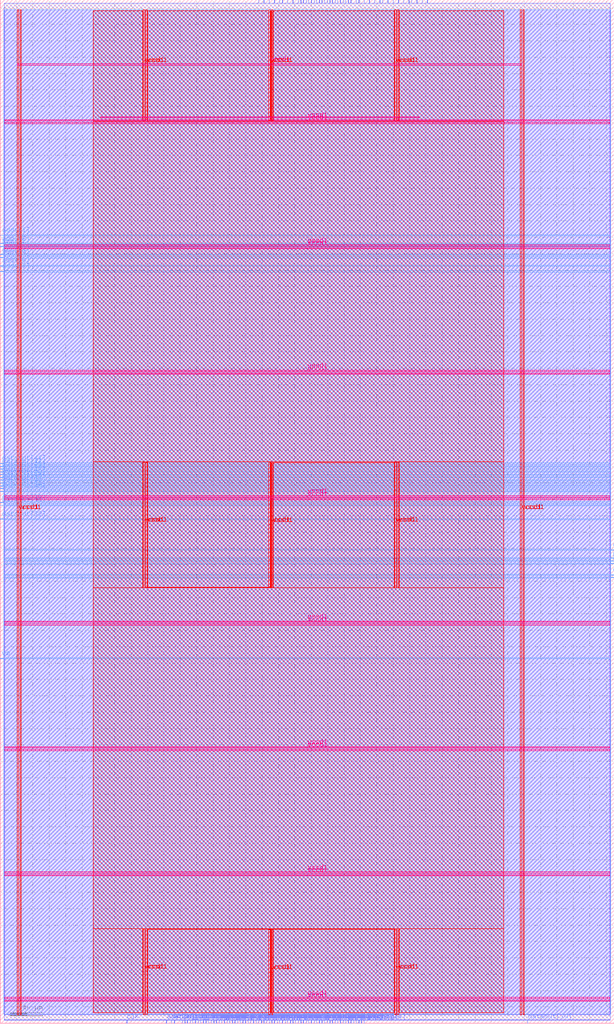
<source format=lef>
VERSION 5.7 ;
  NOWIREEXTENSIONATPIN ON ;
  DIVIDERCHAR "/" ;
  BUSBITCHARS "[]" ;
MACRO test_sram_macro
  CLASS BLOCK ;
  FOREIGN test_sram_macro ;
  ORIGIN 0.000 0.000 ;
  SIZE 750.000 BY 1250.000 ;
  PIN addr[0]
    DIRECTION INPUT ;
    USE SIGNAL ;
    ANTENNAGATEAREA 0.852000 ;
    PORT
      LAYER met2 ;
        RECT 202.950 0.000 203.230 4.000 ;
    END
  END addr[0]
  PIN addr[1]
    DIRECTION INPUT ;
    USE SIGNAL ;
    ANTENNAGATEAREA 0.495000 ;
    PORT
      LAYER met3 ;
        RECT 0.000 962.240 4.000 962.840 ;
    END
  END addr[1]
  PIN addr[2]
    DIRECTION INPUT ;
    USE SIGNAL ;
    ANTENNAGATEAREA 0.495000 ;
    PORT
      LAYER met3 ;
        RECT 0.000 952.040 4.000 952.640 ;
    END
  END addr[2]
  PIN addr[3]
    DIRECTION INPUT ;
    USE SIGNAL ;
    ANTENNAGATEAREA 0.495000 ;
    PORT
      LAYER met3 ;
        RECT 0.000 948.640 4.000 949.240 ;
    END
  END addr[3]
  PIN addr[4]
    DIRECTION INPUT ;
    USE SIGNAL ;
    ANTENNAGATEAREA 0.495000 ;
    PORT
      LAYER met3 ;
        RECT 0.000 938.440 4.000 939.040 ;
    END
  END addr[4]
  PIN addr[5]
    DIRECTION INPUT ;
    USE SIGNAL ;
    ANTENNAGATEAREA 0.495000 ;
    PORT
      LAYER met3 ;
        RECT 0.000 935.040 4.000 935.640 ;
    END
  END addr[5]
  PIN addr[6]
    DIRECTION INPUT ;
    USE SIGNAL ;
    ANTENNAGATEAREA 0.495000 ;
    PORT
      LAYER met3 ;
        RECT 0.000 924.840 4.000 925.440 ;
    END
  END addr[6]
  PIN addr[7]
    DIRECTION INPUT ;
    USE SIGNAL ;
    ANTENNAGATEAREA 0.495000 ;
    PORT
      LAYER met3 ;
        RECT 0.000 918.040 4.000 918.640 ;
    END
  END addr[7]
  PIN clk
    DIRECTION INPUT ;
    USE SIGNAL ;
    ANTENNAGATEAREA 0.852000 ;
    ANTENNADIFFAREA 0.434700 ;
    PORT
      LAYER met2 ;
        RECT 154.650 0.000 154.930 4.000 ;
    END
  END clk
  PIN cs
    DIRECTION INPUT ;
    USE SIGNAL ;
    ANTENNAGATEAREA 0.742500 ;
    PORT
      LAYER met2 ;
        RECT 444.450 0.000 444.730 4.000 ;
    END
  END cs
  PIN datain[0]
    DIRECTION INPUT ;
    USE SIGNAL ;
    ANTENNAGATEAREA 0.126000 ;
    PORT
      LAYER met2 ;
        RECT 228.710 0.000 228.990 4.000 ;
    END
  END datain[0]
  PIN datain[10]
    DIRECTION INPUT ;
    USE SIGNAL ;
    ANTENNAGATEAREA 0.213000 ;
    PORT
      LAYER met2 ;
        RECT 244.810 0.000 245.090 4.000 ;
    END
  END datain[10]
  PIN datain[11]
    DIRECTION INPUT ;
    USE SIGNAL ;
    ANTENNAGATEAREA 0.126000 ;
    PORT
      LAYER met2 ;
        RECT 289.890 0.000 290.170 4.000 ;
    END
  END datain[11]
  PIN datain[12]
    DIRECTION INPUT ;
    USE SIGNAL ;
    ANTENNAGATEAREA 0.126000 ;
    PORT
      LAYER met2 ;
        RECT 296.330 0.000 296.610 4.000 ;
    END
  END datain[12]
  PIN datain[13]
    DIRECTION INPUT ;
    USE SIGNAL ;
    ANTENNAGATEAREA 0.126000 ;
    PORT
      LAYER met2 ;
        RECT 302.770 0.000 303.050 4.000 ;
    END
  END datain[13]
  PIN datain[14]
    DIRECTION INPUT ;
    USE SIGNAL ;
    ANTENNAGATEAREA 0.126000 ;
    PORT
      LAYER met2 ;
        RECT 312.430 0.000 312.710 4.000 ;
    END
  END datain[14]
  PIN datain[15]
    DIRECTION INPUT ;
    USE SIGNAL ;
    ANTENNAGATEAREA 0.126000 ;
    PORT
      LAYER met2 ;
        RECT 318.870 0.000 319.150 4.000 ;
    END
  END datain[15]
  PIN datain[16]
    DIRECTION INPUT ;
    USE SIGNAL ;
    ANTENNAGATEAREA 0.126000 ;
    PORT
      LAYER met2 ;
        RECT 325.310 0.000 325.590 4.000 ;
    END
  END datain[16]
  PIN datain[17]
    DIRECTION INPUT ;
    USE SIGNAL ;
    ANTENNAGATEAREA 0.126000 ;
    PORT
      LAYER met2 ;
        RECT 331.750 0.000 332.030 4.000 ;
    END
  END datain[17]
  PIN datain[18]
    DIRECTION INPUT ;
    USE SIGNAL ;
    ANTENNAGATEAREA 0.126000 ;
    PORT
      LAYER met2 ;
        RECT 341.410 0.000 341.690 4.000 ;
    END
  END datain[18]
  PIN datain[19]
    DIRECTION INPUT ;
    USE SIGNAL ;
    ANTENNAGATEAREA 0.213000 ;
    PORT
      LAYER met2 ;
        RECT 354.290 0.000 354.570 4.000 ;
    END
  END datain[19]
  PIN datain[1]
    DIRECTION INPUT ;
    USE SIGNAL ;
    ANTENNAGATEAREA 0.126000 ;
    PORT
      LAYER met2 ;
        RECT 235.150 0.000 235.430 4.000 ;
    END
  END datain[1]
  PIN datain[20]
    DIRECTION INPUT ;
    USE SIGNAL ;
    ANTENNAGATEAREA 0.126000 ;
    PORT
      LAYER met2 ;
        RECT 351.070 0.000 351.350 4.000 ;
    END
  END datain[20]
  PIN datain[21]
    DIRECTION INPUT ;
    USE SIGNAL ;
    ANTENNAGATEAREA 0.213000 ;
    PORT
      LAYER met2 ;
        RECT 438.010 0.000 438.290 4.000 ;
    END
  END datain[21]
  PIN datain[22]
    DIRECTION INPUT ;
    USE SIGNAL ;
    ANTENNAGATEAREA 0.126000 ;
    PORT
      LAYER met2 ;
        RECT 360.730 0.000 361.010 4.000 ;
    END
  END datain[22]
  PIN datain[23]
    DIRECTION INPUT ;
    USE SIGNAL ;
    ANTENNAGATEAREA 0.126000 ;
    PORT
      LAYER met2 ;
        RECT 367.170 0.000 367.450 4.000 ;
    END
  END datain[23]
  PIN datain[24]
    DIRECTION INPUT ;
    USE SIGNAL ;
    ANTENNAGATEAREA 0.213000 ;
    PORT
      LAYER met2 ;
        RECT 383.270 0.000 383.550 4.000 ;
    END
  END datain[24]
  PIN datain[25]
    DIRECTION INPUT ;
    USE SIGNAL ;
    ANTENNAGATEAREA 0.126000 ;
    PORT
      LAYER met2 ;
        RECT 380.050 0.000 380.330 4.000 ;
    END
  END datain[25]
  PIN datain[26]
    DIRECTION INPUT ;
    USE SIGNAL ;
    ANTENNAGATEAREA 0.126000 ;
    PORT
      LAYER met2 ;
        RECT 386.490 0.000 386.770 4.000 ;
    END
  END datain[26]
  PIN datain[27]
    DIRECTION INPUT ;
    USE SIGNAL ;
    ANTENNAGATEAREA 0.213000 ;
    PORT
      LAYER met2 ;
        RECT 431.570 0.000 431.850 4.000 ;
    END
  END datain[27]
  PIN datain[28]
    DIRECTION INPUT ;
    USE SIGNAL ;
    ANTENNAGATEAREA 0.126000 ;
    PORT
      LAYER met2 ;
        RECT 396.150 0.000 396.430 4.000 ;
    END
  END datain[28]
  PIN datain[29]
    DIRECTION INPUT ;
    USE SIGNAL ;
    ANTENNAGATEAREA 0.126000 ;
    PORT
      LAYER met2 ;
        RECT 402.590 0.000 402.870 4.000 ;
    END
  END datain[29]
  PIN datain[2]
    DIRECTION INPUT ;
    USE SIGNAL ;
    ANTENNAGATEAREA 0.126000 ;
    PORT
      LAYER met2 ;
        RECT 241.590 0.000 241.870 4.000 ;
    END
  END datain[2]
  PIN datain[30]
    DIRECTION INPUT ;
    USE SIGNAL ;
    ANTENNAGATEAREA 0.126000 ;
    PORT
      LAYER met2 ;
        RECT 409.030 0.000 409.310 4.000 ;
    END
  END datain[30]
  PIN datain[31]
    DIRECTION INPUT ;
    USE SIGNAL ;
    ANTENNAGATEAREA 0.126000 ;
    PORT
      LAYER met2 ;
        RECT 418.690 0.000 418.970 4.000 ;
    END
  END datain[31]
  PIN datain[32]
    DIRECTION INPUT ;
    USE SIGNAL ;
    ANTENNAGATEAREA 0.213000 ;
    PORT
      LAYER met2 ;
        RECT 499.190 1246.000 499.470 1250.000 ;
    END
  END datain[32]
  PIN datain[33]
    DIRECTION INPUT ;
    USE SIGNAL ;
    ANTENNAGATEAREA 0.213000 ;
    PORT
      LAYER met2 ;
        RECT 492.750 1246.000 493.030 1250.000 ;
    END
  END datain[33]
  PIN datain[34]
    DIRECTION INPUT ;
    USE SIGNAL ;
    ANTENNAGATEAREA 0.213000 ;
    PORT
      LAYER met2 ;
        RECT 486.310 1246.000 486.590 1250.000 ;
    END
  END datain[34]
  PIN datain[35]
    DIRECTION INPUT ;
    USE SIGNAL ;
    ANTENNAGATEAREA 0.213000 ;
    PORT
      LAYER met2 ;
        RECT 479.870 1246.000 480.150 1250.000 ;
    END
  END datain[35]
  PIN datain[36]
    DIRECTION INPUT ;
    USE SIGNAL ;
    ANTENNAGATEAREA 0.213000 ;
    PORT
      LAYER met2 ;
        RECT 473.430 1246.000 473.710 1250.000 ;
    END
  END datain[36]
  PIN datain[37]
    DIRECTION INPUT ;
    USE SIGNAL ;
    ANTENNAGATEAREA 0.213000 ;
    PORT
      LAYER met2 ;
        RECT 466.990 1246.000 467.270 1250.000 ;
    END
  END datain[37]
  PIN datain[38]
    DIRECTION INPUT ;
    USE SIGNAL ;
    ANTENNAGATEAREA 0.213000 ;
    PORT
      LAYER met2 ;
        RECT 463.770 1246.000 464.050 1250.000 ;
    END
  END datain[38]
  PIN datain[39]
    DIRECTION INPUT ;
    USE SIGNAL ;
    ANTENNAGATEAREA 0.213000 ;
    PORT
      LAYER met2 ;
        RECT 457.330 1246.000 457.610 1250.000 ;
    END
  END datain[39]
  PIN datain[3]
    DIRECTION INPUT ;
    USE SIGNAL ;
    ANTENNAGATEAREA 0.126000 ;
    PORT
      LAYER met2 ;
        RECT 248.030 0.000 248.310 4.000 ;
    END
  END datain[3]
  PIN datain[40]
    DIRECTION INPUT ;
    USE SIGNAL ;
    ANTENNAGATEAREA 0.213000 ;
    PORT
      LAYER met2 ;
        RECT 450.890 1246.000 451.170 1250.000 ;
    END
  END datain[40]
  PIN datain[41]
    DIRECTION INPUT ;
    USE SIGNAL ;
    ANTENNAGATEAREA 0.213000 ;
    PORT
      LAYER met2 ;
        RECT 444.450 1246.000 444.730 1250.000 ;
    END
  END datain[41]
  PIN datain[42]
    DIRECTION INPUT ;
    USE SIGNAL ;
    ANTENNAGATEAREA 0.213000 ;
    PORT
      LAYER met2 ;
        RECT 438.010 1246.000 438.290 1250.000 ;
    END
  END datain[42]
  PIN datain[43]
    DIRECTION INPUT ;
    USE SIGNAL ;
    ANTENNAGATEAREA 0.213000 ;
    PORT
      LAYER met2 ;
        RECT 434.790 1246.000 435.070 1250.000 ;
    END
  END datain[43]
  PIN datain[44]
    DIRECTION INPUT ;
    USE SIGNAL ;
    ANTENNAGATEAREA 0.213000 ;
    PORT
      LAYER met2 ;
        RECT 428.350 1246.000 428.630 1250.000 ;
    END
  END datain[44]
  PIN datain[45]
    DIRECTION INPUT ;
    USE SIGNAL ;
    ANTENNAGATEAREA 0.213000 ;
    PORT
      LAYER met2 ;
        RECT 425.130 1246.000 425.410 1250.000 ;
    END
  END datain[45]
  PIN datain[46]
    DIRECTION INPUT ;
    USE SIGNAL ;
    ANTENNAGATEAREA 0.213000 ;
    PORT
      LAYER met2 ;
        RECT 421.910 1246.000 422.190 1250.000 ;
    END
  END datain[46]
  PIN datain[47]
    DIRECTION INPUT ;
    USE SIGNAL ;
    ANTENNAGATEAREA 0.213000 ;
    PORT
      LAYER met2 ;
        RECT 412.250 1246.000 412.530 1250.000 ;
    END
  END datain[47]
  PIN datain[48]
    DIRECTION INPUT ;
    USE SIGNAL ;
    ANTENNAGATEAREA 0.213000 ;
    PORT
      LAYER met2 ;
        RECT 405.810 1246.000 406.090 1250.000 ;
    END
  END datain[48]
  PIN datain[49]
    DIRECTION INPUT ;
    USE SIGNAL ;
    ANTENNAGATEAREA 0.213000 ;
    PORT
      LAYER met2 ;
        RECT 392.930 1246.000 393.210 1250.000 ;
    END
  END datain[49]
  PIN datain[4]
    DIRECTION INPUT ;
    USE SIGNAL ;
    ANTENNAGATEAREA 0.126000 ;
    PORT
      LAYER met2 ;
        RECT 254.470 0.000 254.750 4.000 ;
    END
  END datain[4]
  PIN datain[50]
    DIRECTION INPUT ;
    USE SIGNAL ;
    ANTENNAGATEAREA 0.213000 ;
    PORT
      LAYER met2 ;
        RECT 370.390 1246.000 370.670 1250.000 ;
    END
  END datain[50]
  PIN datain[51]
    DIRECTION INPUT ;
    USE SIGNAL ;
    ANTENNAGATEAREA 0.213000 ;
    PORT
      LAYER met2 ;
        RECT 380.050 1246.000 380.330 1250.000 ;
    END
  END datain[51]
  PIN datain[52]
    DIRECTION INPUT ;
    USE SIGNAL ;
    ANTENNAGATEAREA 0.213000 ;
    PORT
      LAYER met2 ;
        RECT 376.830 1246.000 377.110 1250.000 ;
    END
  END datain[52]
  PIN datain[53]
    DIRECTION INPUT ;
    USE SIGNAL ;
    ANTENNAGATEAREA 0.213000 ;
    PORT
      LAYER met2 ;
        RECT 373.610 1246.000 373.890 1250.000 ;
    END
  END datain[53]
  PIN datain[54]
    DIRECTION INPUT ;
    USE SIGNAL ;
    ANTENNAGATEAREA 0.213000 ;
    PORT
      LAYER met2 ;
        RECT 367.170 1246.000 367.450 1250.000 ;
    END
  END datain[54]
  PIN datain[55]
    DIRECTION INPUT ;
    USE SIGNAL ;
    ANTENNAGATEAREA 0.213000 ;
    PORT
      LAYER met2 ;
        RECT 363.950 1246.000 364.230 1250.000 ;
    END
  END datain[55]
  PIN datain[56]
    DIRECTION INPUT ;
    USE SIGNAL ;
    ANTENNAGATEAREA 0.213000 ;
    PORT
      LAYER met2 ;
        RECT 357.510 1246.000 357.790 1250.000 ;
    END
  END datain[56]
  PIN datain[57]
    DIRECTION INPUT ;
    USE SIGNAL ;
    ANTENNAGATEAREA 0.213000 ;
    PORT
      LAYER met2 ;
        RECT 351.070 1246.000 351.350 1250.000 ;
    END
  END datain[57]
  PIN datain[58]
    DIRECTION INPUT ;
    USE SIGNAL ;
    ANTENNAGATEAREA 0.213000 ;
    PORT
      LAYER met2 ;
        RECT 344.630 1246.000 344.910 1250.000 ;
    END
  END datain[58]
  PIN datain[59]
    DIRECTION INPUT ;
    USE SIGNAL ;
    ANTENNAGATEAREA 0.213000 ;
    PORT
      LAYER met2 ;
        RECT 341.410 1246.000 341.690 1250.000 ;
    END
  END datain[59]
  PIN datain[5]
    DIRECTION INPUT ;
    USE SIGNAL ;
    ANTENNAGATEAREA 0.126000 ;
    PORT
      LAYER met2 ;
        RECT 260.910 0.000 261.190 4.000 ;
    END
  END datain[5]
  PIN datain[60]
    DIRECTION INPUT ;
    USE SIGNAL ;
    ANTENNAGATEAREA 0.213000 ;
    PORT
      LAYER met2 ;
        RECT 334.970 1246.000 335.250 1250.000 ;
    END
  END datain[60]
  PIN datain[61]
    DIRECTION INPUT ;
    USE SIGNAL ;
    ANTENNAGATEAREA 0.213000 ;
    PORT
      LAYER met2 ;
        RECT 328.530 1246.000 328.810 1250.000 ;
    END
  END datain[61]
  PIN datain[62]
    DIRECTION INPUT ;
    USE SIGNAL ;
    ANTENNAGATEAREA 0.213000 ;
    PORT
      LAYER met2 ;
        RECT 322.090 1246.000 322.370 1250.000 ;
    END
  END datain[62]
  PIN datain[63]
    DIRECTION INPUT ;
    USE SIGNAL ;
    ANTENNAGATEAREA 0.213000 ;
    PORT
      LAYER met2 ;
        RECT 315.650 1246.000 315.930 1250.000 ;
    END
  END datain[63]
  PIN datain[6]
    DIRECTION INPUT ;
    USE SIGNAL ;
    ANTENNAGATEAREA 0.126000 ;
    PORT
      LAYER met2 ;
        RECT 264.130 0.000 264.410 4.000 ;
    END
  END datain[6]
  PIN datain[7]
    DIRECTION INPUT ;
    USE SIGNAL ;
    ANTENNAGATEAREA 0.126000 ;
    PORT
      LAYER met2 ;
        RECT 267.350 0.000 267.630 4.000 ;
    END
  END datain[7]
  PIN datain[8]
    DIRECTION INPUT ;
    USE SIGNAL ;
    ANTENNAGATEAREA 0.126000 ;
    PORT
      LAYER met2 ;
        RECT 273.790 0.000 274.070 4.000 ;
    END
  END datain[8]
  PIN datain[9]
    DIRECTION INPUT ;
    USE SIGNAL ;
    ANTENNAGATEAREA 0.126000 ;
    PORT
      LAYER met2 ;
        RECT 283.450 0.000 283.730 4.000 ;
    END
  END datain[9]
  PIN dataout[0]
    DIRECTION OUTPUT TRISTATE ;
    USE SIGNAL ;
    ANTENNADIFFAREA 0.795200 ;
    PORT
      LAYER met2 ;
        RECT 280.230 0.000 280.510 4.000 ;
    END
  END dataout[0]
  PIN dataout[10]
    DIRECTION OUTPUT TRISTATE ;
    USE SIGNAL ;
    ANTENNADIFFAREA 0.795200 ;
    PORT
      LAYER met2 ;
        RECT 334.970 0.000 335.250 4.000 ;
    END
  END dataout[10]
  PIN dataout[11]
    DIRECTION OUTPUT TRISTATE ;
    USE SIGNAL ;
    ANTENNADIFFAREA 0.795200 ;
    PORT
      LAYER met2 ;
        RECT 338.190 0.000 338.470 4.000 ;
    END
  END dataout[11]
  PIN dataout[12]
    DIRECTION OUTPUT TRISTATE ;
    USE SIGNAL ;
    ANTENNADIFFAREA 0.795200 ;
    PORT
      LAYER met2 ;
        RECT 344.630 0.000 344.910 4.000 ;
    END
  END dataout[12]
  PIN dataout[13]
    DIRECTION OUTPUT TRISTATE ;
    USE SIGNAL ;
    ANTENNADIFFAREA 0.795200 ;
    PORT
      LAYER met2 ;
        RECT 347.850 0.000 348.130 4.000 ;
    END
  END dataout[13]
  PIN dataout[14]
    DIRECTION OUTPUT TRISTATE ;
    USE SIGNAL ;
    ANTENNADIFFAREA 0.795200 ;
    PORT
      LAYER met2 ;
        RECT 441.230 0.000 441.510 4.000 ;
    END
  END dataout[14]
  PIN dataout[15]
    DIRECTION OUTPUT TRISTATE ;
    USE SIGNAL ;
    ANTENNADIFFAREA 0.795200 ;
    PORT
      LAYER met2 ;
        RECT 357.510 0.000 357.790 4.000 ;
    END
  END dataout[15]
  PIN dataout[16]
    DIRECTION OUTPUT TRISTATE ;
    USE SIGNAL ;
    ANTENNADIFFAREA 0.795200 ;
    PORT
      LAYER met2 ;
        RECT 363.950 0.000 364.230 4.000 ;
    END
  END dataout[16]
  PIN dataout[17]
    DIRECTION OUTPUT TRISTATE ;
    USE SIGNAL ;
    ANTENNADIFFAREA 0.795200 ;
    PORT
      LAYER met2 ;
        RECT 370.390 0.000 370.670 4.000 ;
    END
  END dataout[17]
  PIN dataout[18]
    DIRECTION OUTPUT TRISTATE ;
    USE SIGNAL ;
    ANTENNADIFFAREA 0.795200 ;
    PORT
      LAYER met2 ;
        RECT 373.610 0.000 373.890 4.000 ;
    END
  END dataout[18]
  PIN dataout[19]
    DIRECTION OUTPUT TRISTATE ;
    USE SIGNAL ;
    ANTENNADIFFAREA 0.795200 ;
    PORT
      LAYER met2 ;
        RECT 376.830 0.000 377.110 4.000 ;
    END
  END dataout[19]
  PIN dataout[1]
    DIRECTION OUTPUT TRISTATE ;
    USE SIGNAL ;
    ANTENNADIFFAREA 0.795200 ;
    PORT
      LAYER met2 ;
        RECT 270.570 0.000 270.850 4.000 ;
    END
  END dataout[1]
  PIN dataout[20]
    DIRECTION OUTPUT TRISTATE ;
    USE SIGNAL ;
    ANTENNADIFFAREA 0.795200 ;
    PORT
      LAYER met2 ;
        RECT 389.710 0.000 389.990 4.000 ;
    END
  END dataout[20]
  PIN dataout[21]
    DIRECTION OUTPUT TRISTATE ;
    USE SIGNAL ;
    ANTENNADIFFAREA 0.795200 ;
    PORT
      LAYER met2 ;
        RECT 392.930 0.000 393.210 4.000 ;
    END
  END dataout[21]
  PIN dataout[22]
    DIRECTION OUTPUT TRISTATE ;
    USE SIGNAL ;
    ANTENNADIFFAREA 0.795200 ;
    PORT
      LAYER met2 ;
        RECT 399.370 0.000 399.650 4.000 ;
    END
  END dataout[22]
  PIN dataout[23]
    DIRECTION OUTPUT TRISTATE ;
    USE SIGNAL ;
    ANTENNADIFFAREA 0.795200 ;
    PORT
      LAYER met2 ;
        RECT 405.810 0.000 406.090 4.000 ;
    END
  END dataout[23]
  PIN dataout[24]
    DIRECTION OUTPUT TRISTATE ;
    USE SIGNAL ;
    ANTENNADIFFAREA 0.795200 ;
    PORT
      LAYER met2 ;
        RECT 412.250 0.000 412.530 4.000 ;
    END
  END dataout[24]
  PIN dataout[25]
    DIRECTION OUTPUT TRISTATE ;
    USE SIGNAL ;
    ANTENNADIFFAREA 0.795200 ;
    PORT
      LAYER met2 ;
        RECT 415.470 0.000 415.750 4.000 ;
    END
  END dataout[25]
  PIN dataout[26]
    DIRECTION OUTPUT TRISTATE ;
    USE SIGNAL ;
    ANTENNADIFFAREA 0.795200 ;
    PORT
      LAYER met2 ;
        RECT 421.910 0.000 422.190 4.000 ;
    END
  END dataout[26]
  PIN dataout[27]
    DIRECTION OUTPUT TRISTATE ;
    USE SIGNAL ;
    ANTENNADIFFAREA 0.795200 ;
    PORT
      LAYER met2 ;
        RECT 428.350 0.000 428.630 4.000 ;
    END
  END dataout[27]
  PIN dataout[28]
    DIRECTION OUTPUT TRISTATE ;
    USE SIGNAL ;
    ANTENNADIFFAREA 0.795200 ;
    PORT
      LAYER met2 ;
        RECT 425.130 0.000 425.410 4.000 ;
    END
  END dataout[28]
  PIN dataout[29]
    DIRECTION OUTPUT TRISTATE ;
    USE SIGNAL ;
    ANTENNADIFFAREA 0.795200 ;
    PORT
      LAYER met2 ;
        RECT 434.790 0.000 435.070 4.000 ;
    END
  END dataout[29]
  PIN dataout[2]
    DIRECTION OUTPUT TRISTATE ;
    USE SIGNAL ;
    ANTENNADIFFAREA 0.795200 ;
    PORT
      LAYER met2 ;
        RECT 277.010 0.000 277.290 4.000 ;
    END
  END dataout[2]
  PIN dataout[30]
    DIRECTION OUTPUT TRISTATE ;
    USE SIGNAL ;
    ANTENNADIFFAREA 0.795200 ;
    PORT
      LAYER met2 ;
        RECT 644.090 0.000 644.370 4.000 ;
    END
  END dataout[30]
  PIN dataout[31]
    DIRECTION OUTPUT TRISTATE ;
    USE SIGNAL ;
    ANTENNADIFFAREA 0.445500 ;
    PORT
      LAYER met3 ;
        RECT 746.000 547.440 750.000 548.040 ;
    END
  END dataout[31]
  PIN dataout[32]
    DIRECTION OUTPUT TRISTATE ;
    USE SIGNAL ;
    ANTENNADIFFAREA 0.795200 ;
    PORT
      LAYER met3 ;
        RECT 0.000 615.440 4.000 616.040 ;
    END
  END dataout[32]
  PIN dataout[33]
    DIRECTION OUTPUT TRISTATE ;
    USE SIGNAL ;
    ANTENNADIFFAREA 0.795200 ;
    PORT
      LAYER met2 ;
        RECT 257.690 0.000 257.970 4.000 ;
    END
  END dataout[33]
  PIN dataout[34]
    DIRECTION OUTPUT TRISTATE ;
    USE SIGNAL ;
    ANTENNADIFFAREA 0.795200 ;
    PORT
      LAYER met2 ;
        RECT 238.370 0.000 238.650 4.000 ;
    END
  END dataout[34]
  PIN dataout[35]
    DIRECTION OUTPUT TRISTATE ;
    USE SIGNAL ;
    ANTENNADIFFAREA 0.795200 ;
    PORT
      LAYER met2 ;
        RECT 231.930 0.000 232.210 4.000 ;
    END
  END dataout[35]
  PIN dataout[36]
    DIRECTION OUTPUT TRISTATE ;
    USE SIGNAL ;
    ANTENNADIFFAREA 0.795200 ;
    PORT
      LAYER met2 ;
        RECT 322.090 0.000 322.370 4.000 ;
    END
  END dataout[36]
  PIN dataout[37]
    DIRECTION OUTPUT TRISTATE ;
    USE SIGNAL ;
    ANTENNADIFFAREA 0.795200 ;
    PORT
      LAYER met2 ;
        RECT 328.530 0.000 328.810 4.000 ;
    END
  END dataout[37]
  PIN dataout[38]
    DIRECTION OUTPUT TRISTATE ;
    USE SIGNAL ;
    ANTENNADIFFAREA 0.795200 ;
    PORT
      LAYER met3 ;
        RECT 0.000 632.440 4.000 633.040 ;
    END
  END dataout[38]
  PIN dataout[39]
    DIRECTION OUTPUT TRISTATE ;
    USE SIGNAL ;
    ANTENNADIFFAREA 0.795200 ;
    PORT
      LAYER met3 ;
        RECT 0.000 635.840 4.000 636.440 ;
    END
  END dataout[39]
  PIN dataout[3]
    DIRECTION OUTPUT TRISTATE ;
    USE SIGNAL ;
    ANTENNADIFFAREA 0.795200 ;
    PORT
      LAYER met2 ;
        RECT 286.670 0.000 286.950 4.000 ;
    END
  END dataout[3]
  PIN dataout[40]
    DIRECTION OUTPUT TRISTATE ;
    USE SIGNAL ;
    ANTENNADIFFAREA 0.795200 ;
    PORT
      LAYER met3 ;
        RECT 0.000 649.440 4.000 650.040 ;
    END
  END dataout[40]
  PIN dataout[41]
    DIRECTION OUTPUT TRISTATE ;
    USE SIGNAL ;
    ANTENNADIFFAREA 0.795200 ;
    PORT
      LAYER met3 ;
        RECT 0.000 683.440 4.000 684.040 ;
    END
  END dataout[41]
  PIN dataout[42]
    DIRECTION OUTPUT TRISTATE ;
    USE SIGNAL ;
    ANTENNADIFFAREA 0.795200 ;
    PORT
      LAYER met3 ;
        RECT 0.000 680.040 4.000 680.640 ;
    END
  END dataout[42]
  PIN dataout[43]
    DIRECTION OUTPUT TRISTATE ;
    USE SIGNAL ;
    ANTENNADIFFAREA 0.795200 ;
    PORT
      LAYER met3 ;
        RECT 0.000 669.840 4.000 670.440 ;
    END
  END dataout[43]
  PIN dataout[44]
    DIRECTION OUTPUT TRISTATE ;
    USE SIGNAL ;
    ANTENNADIFFAREA 0.795200 ;
    PORT
      LAYER met3 ;
        RECT 0.000 673.240 4.000 673.840 ;
    END
  END dataout[44]
  PIN dataout[45]
    DIRECTION OUTPUT TRISTATE ;
    USE SIGNAL ;
    ANTENNADIFFAREA 0.795200 ;
    PORT
      LAYER met3 ;
        RECT 0.000 676.640 4.000 677.240 ;
    END
  END dataout[45]
  PIN dataout[46]
    DIRECTION OUTPUT TRISTATE ;
    USE SIGNAL ;
    ANTENNADIFFAREA 0.795200 ;
    PORT
      LAYER met3 ;
        RECT 0.000 666.440 4.000 667.040 ;
    END
  END dataout[46]
  PIN dataout[47]
    DIRECTION OUTPUT TRISTATE ;
    USE SIGNAL ;
    ANTENNADIFFAREA 0.795200 ;
    PORT
      LAYER met3 ;
        RECT 0.000 659.640 4.000 660.240 ;
    END
  END dataout[47]
  PIN dataout[48]
    DIRECTION OUTPUT TRISTATE ;
    USE SIGNAL ;
    ANTENNADIFFAREA 0.795200 ;
    PORT
      LAYER met3 ;
        RECT 0.000 663.040 4.000 663.640 ;
    END
  END dataout[48]
  PIN dataout[49]
    DIRECTION OUTPUT TRISTATE ;
    USE SIGNAL ;
    ANTENNADIFFAREA 0.795200 ;
    PORT
      LAYER met3 ;
        RECT 0.000 656.240 4.000 656.840 ;
    END
  END dataout[49]
  PIN dataout[4]
    DIRECTION OUTPUT TRISTATE ;
    USE SIGNAL ;
    ANTENNADIFFAREA 0.795200 ;
    PORT
      LAYER met2 ;
        RECT 293.110 0.000 293.390 4.000 ;
    END
  END dataout[4]
  PIN dataout[50]
    DIRECTION OUTPUT TRISTATE ;
    USE SIGNAL ;
    ANTENNADIFFAREA 0.795200 ;
    PORT
      LAYER met3 ;
        RECT 0.000 652.840 4.000 653.440 ;
    END
  END dataout[50]
  PIN dataout[51]
    DIRECTION OUTPUT TRISTATE ;
    USE SIGNAL ;
    ANTENNADIFFAREA 0.795200 ;
    PORT
      LAYER met2 ;
        RECT 386.490 1246.000 386.770 1250.000 ;
    END
  END dataout[51]
  PIN dataout[52]
    DIRECTION OUTPUT TRISTATE ;
    USE SIGNAL ;
    ANTENNADIFFAREA 0.795200 ;
    PORT
      LAYER met2 ;
        RECT 389.710 1246.000 389.990 1250.000 ;
    END
  END dataout[52]
  PIN dataout[53]
    DIRECTION OUTPUT TRISTATE ;
    USE SIGNAL ;
    ANTENNADIFFAREA 0.795200 ;
    PORT
      LAYER met2 ;
        RECT 383.270 1246.000 383.550 1250.000 ;
    END
  END dataout[53]
  PIN dataout[54]
    DIRECTION OUTPUT TRISTATE ;
    USE SIGNAL ;
    ANTENNADIFFAREA 0.795200 ;
    PORT
      LAYER met2 ;
        RECT 402.590 1246.000 402.870 1250.000 ;
    END
  END dataout[54]
  PIN dataout[55]
    DIRECTION OUTPUT TRISTATE ;
    USE SIGNAL ;
    ANTENNADIFFAREA 0.795200 ;
    PORT
      LAYER met2 ;
        RECT 399.370 1246.000 399.650 1250.000 ;
    END
  END dataout[55]
  PIN dataout[56]
    DIRECTION OUTPUT TRISTATE ;
    USE SIGNAL ;
    ANTENNADIFFAREA 0.795200 ;
    PORT
      LAYER met2 ;
        RECT 396.150 1246.000 396.430 1250.000 ;
    END
  END dataout[56]
  PIN dataout[57]
    DIRECTION OUTPUT TRISTATE ;
    USE SIGNAL ;
    ANTENNADIFFAREA 0.795200 ;
    PORT
      LAYER met2 ;
        RECT 409.030 1246.000 409.310 1250.000 ;
    END
  END dataout[57]
  PIN dataout[58]
    DIRECTION OUTPUT TRISTATE ;
    USE SIGNAL ;
    ANTENNADIFFAREA 0.795200 ;
    PORT
      LAYER met2 ;
        RECT 418.690 1246.000 418.970 1250.000 ;
    END
  END dataout[58]
  PIN dataout[59]
    DIRECTION OUTPUT TRISTATE ;
    USE SIGNAL ;
    ANTENNADIFFAREA 0.795200 ;
    PORT
      LAYER met2 ;
        RECT 415.470 1246.000 415.750 1250.000 ;
    END
  END dataout[59]
  PIN dataout[5]
    DIRECTION OUTPUT TRISTATE ;
    USE SIGNAL ;
    ANTENNADIFFAREA 0.795200 ;
    PORT
      LAYER met2 ;
        RECT 299.550 0.000 299.830 4.000 ;
    END
  END dataout[5]
  PIN dataout[60]
    DIRECTION OUTPUT TRISTATE ;
    USE SIGNAL ;
    ANTENNADIFFAREA 0.795200 ;
    PORT
      LAYER met3 ;
        RECT 746.000 578.040 750.000 578.640 ;
    END
  END dataout[60]
  PIN dataout[61]
    DIRECTION OUTPUT TRISTATE ;
    USE SIGNAL ;
    ANTENNADIFFAREA 0.445500 ;
    PORT
      LAYER met3 ;
        RECT 746.000 567.840 750.000 568.440 ;
    END
  END dataout[61]
  PIN dataout[62]
    DIRECTION OUTPUT TRISTATE ;
    USE SIGNAL ;
    ANTENNADIFFAREA 0.795200 ;
    PORT
      LAYER met3 ;
        RECT 746.000 564.440 750.000 565.040 ;
    END
  END dataout[62]
  PIN dataout[63]
    DIRECTION OUTPUT TRISTATE ;
    USE SIGNAL ;
    ANTENNADIFFAREA 0.445500 ;
    PORT
      LAYER met3 ;
        RECT 746.000 561.040 750.000 561.640 ;
    END
  END dataout[63]
  PIN dataout[6]
    DIRECTION OUTPUT TRISTATE ;
    USE SIGNAL ;
    ANTENNADIFFAREA 0.795200 ;
    PORT
      LAYER met2 ;
        RECT 305.990 0.000 306.270 4.000 ;
    END
  END dataout[6]
  PIN dataout[7]
    DIRECTION OUTPUT TRISTATE ;
    USE SIGNAL ;
    ANTENNADIFFAREA 0.795200 ;
    PORT
      LAYER met2 ;
        RECT 309.210 0.000 309.490 4.000 ;
    END
  END dataout[7]
  PIN dataout[8]
    DIRECTION OUTPUT TRISTATE ;
    USE SIGNAL ;
    ANTENNADIFFAREA 0.795200 ;
    PORT
      LAYER met2 ;
        RECT 251.250 0.000 251.530 4.000 ;
    END
  END dataout[8]
  PIN dataout[9]
    DIRECTION OUTPUT TRISTATE ;
    USE SIGNAL ;
    ANTENNADIFFAREA 0.795200 ;
    PORT
      LAYER met2 ;
        RECT 315.650 0.000 315.930 4.000 ;
    END
  END dataout[9]
  PIN rst_n
    DIRECTION INPUT ;
    USE SIGNAL ;
    ANTENNAGATEAREA 0.213000 ;
    PORT
      LAYER met3 ;
        RECT 746.000 544.040 750.000 544.640 ;
    END
  END rst_n
  PIN vccd1
    DIRECTION INOUT ;
    USE POWER ;
    PORT
      LAYER met4 ;
        RECT 21.040 10.640 22.640 1237.840 ;
    END
    PORT
      LAYER met4 ;
        RECT 174.640 10.640 176.240 115.320 ;
    END
    PORT
      LAYER met4 ;
        RECT 174.640 532.180 176.240 685.320 ;
    END
    PORT
      LAYER met4 ;
        RECT 174.640 1102.180 176.240 1237.840 ;
    END
    PORT
      LAYER met4 ;
        RECT 328.240 10.640 329.840 114.400 ;
    END
    PORT
      LAYER met4 ;
        RECT 328.240 533.100 329.840 685.320 ;
    END
    PORT
      LAYER met4 ;
        RECT 328.240 1103.100 329.840 1237.840 ;
    END
    PORT
      LAYER met4 ;
        RECT 481.840 10.640 483.440 115.320 ;
    END
    PORT
      LAYER met4 ;
        RECT 481.840 532.180 483.440 685.320 ;
    END
    PORT
      LAYER met4 ;
        RECT 481.840 1102.180 483.440 1237.840 ;
    END
    PORT
      LAYER met4 ;
        RECT 635.440 10.640 637.040 1237.840 ;
    END
    PORT
      LAYER met5 ;
        RECT 5.280 26.730 744.520 28.330 ;
    END
    PORT
      LAYER met5 ;
        RECT 5.280 179.910 744.520 181.510 ;
    END
    PORT
      LAYER met5 ;
        RECT 5.280 333.090 744.520 334.690 ;
    END
    PORT
      LAYER met5 ;
        RECT 5.280 486.270 744.520 487.870 ;
    END
    PORT
      LAYER met5 ;
        RECT 5.280 639.450 744.520 641.050 ;
    END
    PORT
      LAYER met5 ;
        RECT 5.280 792.630 744.520 794.230 ;
    END
    PORT
      LAYER met5 ;
        RECT 5.280 945.810 744.520 947.410 ;
    END
    PORT
      LAYER met5 ;
        RECT 5.280 1098.990 744.520 1100.590 ;
    END
    PORT
      LAYER met5 ;
        RECT 21.040 1170.500 637.040 1172.100 ;
    END
  END vccd1
  PIN vssd1
    DIRECTION INOUT ;
    USE GROUND ;
    PORT
      LAYER met4 ;
        RECT 24.340 10.640 25.940 1237.840 ;
    END
    PORT
      LAYER met4 ;
        RECT 177.940 10.640 179.540 115.320 ;
    END
    PORT
      LAYER met4 ;
        RECT 177.940 532.180 179.540 685.320 ;
    END
    PORT
      LAYER met4 ;
        RECT 177.940 1102.180 179.540 1237.840 ;
    END
    PORT
      LAYER met4 ;
        RECT 331.540 10.640 333.140 114.480 ;
    END
    PORT
      LAYER met4 ;
        RECT 331.540 532.180 333.140 684.400 ;
    END
    PORT
      LAYER met4 ;
        RECT 331.540 1103.100 333.140 1237.840 ;
    END
    PORT
      LAYER met4 ;
        RECT 485.140 10.640 486.740 115.320 ;
    END
    PORT
      LAYER met4 ;
        RECT 485.140 532.180 486.740 685.320 ;
    END
    PORT
      LAYER met4 ;
        RECT 485.140 1103.100 486.740 1237.840 ;
    END
    PORT
      LAYER met4 ;
        RECT 638.740 10.640 640.340 1237.840 ;
    END
    PORT
      LAYER met5 ;
        RECT 5.280 30.030 744.520 31.630 ;
    END
    PORT
      LAYER met5 ;
        RECT 5.280 183.210 744.520 184.810 ;
    END
    PORT
      LAYER met5 ;
        RECT 5.280 336.390 744.520 337.990 ;
    END
    PORT
      LAYER met5 ;
        RECT 5.280 489.570 744.520 491.170 ;
    END
    PORT
      LAYER met5 ;
        RECT 5.280 642.750 744.520 644.350 ;
    END
    PORT
      LAYER met5 ;
        RECT 5.280 795.930 744.520 797.530 ;
    END
    PORT
      LAYER met5 ;
        RECT 5.280 949.110 744.520 950.710 ;
    END
    PORT
      LAYER met5 ;
        RECT 5.280 1102.290 744.520 1103.890 ;
    END
  END vssd1
  PIN we
    DIRECTION INPUT ;
    USE SIGNAL ;
    ANTENNAGATEAREA 0.159000 ;
    PORT
      LAYER met3 ;
        RECT 0.000 445.440 4.000 446.040 ;
    END
  END we
  PIN write_allow[0]
    DIRECTION INPUT ;
    USE SIGNAL ;
    ANTENNAGATEAREA 0.126000 ;
    PORT
      LAYER met2 ;
        RECT 209.390 0.000 209.670 4.000 ;
    END
  END write_allow[0]
  PIN write_allow[1]
    DIRECTION INPUT ;
    USE SIGNAL ;
    ANTENNAGATEAREA 0.126000 ;
    PORT
      LAYER met2 ;
        RECT 212.610 0.000 212.890 4.000 ;
    END
  END write_allow[1]
  PIN write_allow[2]
    DIRECTION INPUT ;
    USE SIGNAL ;
    ANTENNAGATEAREA 0.126000 ;
    PORT
      LAYER met2 ;
        RECT 222.270 0.000 222.550 4.000 ;
    END
  END write_allow[2]
  PIN write_allow[3]
    DIRECTION INPUT ;
    USE SIGNAL ;
    ANTENNAGATEAREA 0.126000 ;
    PORT
      LAYER met2 ;
        RECT 225.490 0.000 225.770 4.000 ;
    END
  END write_allow[3]
  PIN write_allow[4]
    DIRECTION INPUT ;
    USE SIGNAL ;
    ANTENNAGATEAREA 0.213000 ;
    PORT
      LAYER met2 ;
        RECT 521.730 1246.000 522.010 1250.000 ;
    END
  END write_allow[4]
  PIN write_allow[5]
    DIRECTION INPUT ;
    USE SIGNAL ;
    ANTENNAGATEAREA 0.213000 ;
    PORT
      LAYER met2 ;
        RECT 515.290 1246.000 515.570 1250.000 ;
    END
  END write_allow[5]
  PIN write_allow[6]
    DIRECTION INPUT ;
    USE SIGNAL ;
    ANTENNAGATEAREA 0.213000 ;
    PORT
      LAYER met2 ;
        RECT 508.850 1246.000 509.130 1250.000 ;
    END
  END write_allow[6]
  PIN write_allow[7]
    DIRECTION INPUT ;
    USE SIGNAL ;
    ANTENNAGATEAREA 0.213000 ;
    PORT
      LAYER met2 ;
        RECT 502.410 1246.000 502.690 1250.000 ;
    END
  END write_allow[7]
  OBS
      LAYER li1 ;
        RECT 5.520 10.795 744.280 1237.685 ;
      LAYER met1 ;
        RECT 4.670 10.640 745.130 1237.840 ;
      LAYER met2 ;
        RECT 4.690 1245.720 315.370 1246.170 ;
        RECT 316.210 1245.720 321.810 1246.170 ;
        RECT 322.650 1245.720 328.250 1246.170 ;
        RECT 329.090 1245.720 334.690 1246.170 ;
        RECT 335.530 1245.720 341.130 1246.170 ;
        RECT 341.970 1245.720 344.350 1246.170 ;
        RECT 345.190 1245.720 350.790 1246.170 ;
        RECT 351.630 1245.720 357.230 1246.170 ;
        RECT 358.070 1245.720 363.670 1246.170 ;
        RECT 364.510 1245.720 366.890 1246.170 ;
        RECT 367.730 1245.720 370.110 1246.170 ;
        RECT 370.950 1245.720 373.330 1246.170 ;
        RECT 374.170 1245.720 376.550 1246.170 ;
        RECT 377.390 1245.720 379.770 1246.170 ;
        RECT 380.610 1245.720 382.990 1246.170 ;
        RECT 383.830 1245.720 386.210 1246.170 ;
        RECT 387.050 1245.720 389.430 1246.170 ;
        RECT 390.270 1245.720 392.650 1246.170 ;
        RECT 393.490 1245.720 395.870 1246.170 ;
        RECT 396.710 1245.720 399.090 1246.170 ;
        RECT 399.930 1245.720 402.310 1246.170 ;
        RECT 403.150 1245.720 405.530 1246.170 ;
        RECT 406.370 1245.720 408.750 1246.170 ;
        RECT 409.590 1245.720 411.970 1246.170 ;
        RECT 412.810 1245.720 415.190 1246.170 ;
        RECT 416.030 1245.720 418.410 1246.170 ;
        RECT 419.250 1245.720 421.630 1246.170 ;
        RECT 422.470 1245.720 424.850 1246.170 ;
        RECT 425.690 1245.720 428.070 1246.170 ;
        RECT 428.910 1245.720 434.510 1246.170 ;
        RECT 435.350 1245.720 437.730 1246.170 ;
        RECT 438.570 1245.720 444.170 1246.170 ;
        RECT 445.010 1245.720 450.610 1246.170 ;
        RECT 451.450 1245.720 457.050 1246.170 ;
        RECT 457.890 1245.720 463.490 1246.170 ;
        RECT 464.330 1245.720 466.710 1246.170 ;
        RECT 467.550 1245.720 473.150 1246.170 ;
        RECT 473.990 1245.720 479.590 1246.170 ;
        RECT 480.430 1245.720 486.030 1246.170 ;
        RECT 486.870 1245.720 492.470 1246.170 ;
        RECT 493.310 1245.720 498.910 1246.170 ;
        RECT 499.750 1245.720 502.130 1246.170 ;
        RECT 502.970 1245.720 508.570 1246.170 ;
        RECT 509.410 1245.720 515.010 1246.170 ;
        RECT 515.850 1245.720 521.450 1246.170 ;
        RECT 522.290 1245.720 745.110 1246.170 ;
        RECT 4.690 4.280 745.110 1245.720 ;
        RECT 4.690 3.670 154.370 4.280 ;
        RECT 155.210 3.670 202.670 4.280 ;
        RECT 203.510 3.670 209.110 4.280 ;
        RECT 209.950 3.670 212.330 4.280 ;
        RECT 213.170 3.670 221.990 4.280 ;
        RECT 222.830 3.670 225.210 4.280 ;
        RECT 226.050 3.670 228.430 4.280 ;
        RECT 229.270 3.670 231.650 4.280 ;
        RECT 232.490 3.670 234.870 4.280 ;
        RECT 235.710 3.670 238.090 4.280 ;
        RECT 238.930 3.670 241.310 4.280 ;
        RECT 242.150 3.670 244.530 4.280 ;
        RECT 245.370 3.670 247.750 4.280 ;
        RECT 248.590 3.670 250.970 4.280 ;
        RECT 251.810 3.670 254.190 4.280 ;
        RECT 255.030 3.670 257.410 4.280 ;
        RECT 258.250 3.670 260.630 4.280 ;
        RECT 261.470 3.670 263.850 4.280 ;
        RECT 264.690 3.670 267.070 4.280 ;
        RECT 267.910 3.670 270.290 4.280 ;
        RECT 271.130 3.670 273.510 4.280 ;
        RECT 274.350 3.670 276.730 4.280 ;
        RECT 277.570 3.670 279.950 4.280 ;
        RECT 280.790 3.670 283.170 4.280 ;
        RECT 284.010 3.670 286.390 4.280 ;
        RECT 287.230 3.670 289.610 4.280 ;
        RECT 290.450 3.670 292.830 4.280 ;
        RECT 293.670 3.670 296.050 4.280 ;
        RECT 296.890 3.670 299.270 4.280 ;
        RECT 300.110 3.670 302.490 4.280 ;
        RECT 303.330 3.670 305.710 4.280 ;
        RECT 306.550 3.670 308.930 4.280 ;
        RECT 309.770 3.670 312.150 4.280 ;
        RECT 312.990 3.670 315.370 4.280 ;
        RECT 316.210 3.670 318.590 4.280 ;
        RECT 319.430 3.670 321.810 4.280 ;
        RECT 322.650 3.670 325.030 4.280 ;
        RECT 325.870 3.670 328.250 4.280 ;
        RECT 329.090 3.670 331.470 4.280 ;
        RECT 332.310 3.670 334.690 4.280 ;
        RECT 335.530 3.670 337.910 4.280 ;
        RECT 338.750 3.670 341.130 4.280 ;
        RECT 341.970 3.670 344.350 4.280 ;
        RECT 345.190 3.670 347.570 4.280 ;
        RECT 348.410 3.670 350.790 4.280 ;
        RECT 351.630 3.670 354.010 4.280 ;
        RECT 354.850 3.670 357.230 4.280 ;
        RECT 358.070 3.670 360.450 4.280 ;
        RECT 361.290 3.670 363.670 4.280 ;
        RECT 364.510 3.670 366.890 4.280 ;
        RECT 367.730 3.670 370.110 4.280 ;
        RECT 370.950 3.670 373.330 4.280 ;
        RECT 374.170 3.670 376.550 4.280 ;
        RECT 377.390 3.670 379.770 4.280 ;
        RECT 380.610 3.670 382.990 4.280 ;
        RECT 383.830 3.670 386.210 4.280 ;
        RECT 387.050 3.670 389.430 4.280 ;
        RECT 390.270 3.670 392.650 4.280 ;
        RECT 393.490 3.670 395.870 4.280 ;
        RECT 396.710 3.670 399.090 4.280 ;
        RECT 399.930 3.670 402.310 4.280 ;
        RECT 403.150 3.670 405.530 4.280 ;
        RECT 406.370 3.670 408.750 4.280 ;
        RECT 409.590 3.670 411.970 4.280 ;
        RECT 412.810 3.670 415.190 4.280 ;
        RECT 416.030 3.670 418.410 4.280 ;
        RECT 419.250 3.670 421.630 4.280 ;
        RECT 422.470 3.670 424.850 4.280 ;
        RECT 425.690 3.670 428.070 4.280 ;
        RECT 428.910 3.670 431.290 4.280 ;
        RECT 432.130 3.670 434.510 4.280 ;
        RECT 435.350 3.670 437.730 4.280 ;
        RECT 438.570 3.670 440.950 4.280 ;
        RECT 441.790 3.670 444.170 4.280 ;
        RECT 445.010 3.670 643.810 4.280 ;
        RECT 644.650 3.670 745.110 4.280 ;
      LAYER met3 ;
        RECT 4.000 963.240 746.000 1237.765 ;
        RECT 4.400 961.840 746.000 963.240 ;
        RECT 4.000 953.040 746.000 961.840 ;
        RECT 4.400 951.640 746.000 953.040 ;
        RECT 4.000 949.640 746.000 951.640 ;
        RECT 4.400 948.240 746.000 949.640 ;
        RECT 4.000 939.440 746.000 948.240 ;
        RECT 4.400 938.040 746.000 939.440 ;
        RECT 4.000 936.040 746.000 938.040 ;
        RECT 4.400 934.640 746.000 936.040 ;
        RECT 4.000 925.840 746.000 934.640 ;
        RECT 4.400 924.440 746.000 925.840 ;
        RECT 4.000 919.040 746.000 924.440 ;
        RECT 4.400 917.640 746.000 919.040 ;
        RECT 4.000 684.440 746.000 917.640 ;
        RECT 4.400 683.040 746.000 684.440 ;
        RECT 4.000 681.040 746.000 683.040 ;
        RECT 4.400 679.640 746.000 681.040 ;
        RECT 4.000 677.640 746.000 679.640 ;
        RECT 4.400 676.240 746.000 677.640 ;
        RECT 4.000 674.240 746.000 676.240 ;
        RECT 4.400 672.840 746.000 674.240 ;
        RECT 4.000 670.840 746.000 672.840 ;
        RECT 4.400 669.440 746.000 670.840 ;
        RECT 4.000 667.440 746.000 669.440 ;
        RECT 4.400 666.040 746.000 667.440 ;
        RECT 4.000 664.040 746.000 666.040 ;
        RECT 4.400 662.640 746.000 664.040 ;
        RECT 4.000 660.640 746.000 662.640 ;
        RECT 4.400 659.240 746.000 660.640 ;
        RECT 4.000 657.240 746.000 659.240 ;
        RECT 4.400 655.840 746.000 657.240 ;
        RECT 4.000 653.840 746.000 655.840 ;
        RECT 4.400 652.440 746.000 653.840 ;
        RECT 4.000 650.440 746.000 652.440 ;
        RECT 4.400 649.040 746.000 650.440 ;
        RECT 4.000 636.840 746.000 649.040 ;
        RECT 4.400 635.440 746.000 636.840 ;
        RECT 4.000 633.440 746.000 635.440 ;
        RECT 4.400 632.040 746.000 633.440 ;
        RECT 4.000 616.440 746.000 632.040 ;
        RECT 4.400 615.040 746.000 616.440 ;
        RECT 4.000 579.040 746.000 615.040 ;
        RECT 4.000 577.640 745.600 579.040 ;
        RECT 4.000 568.840 746.000 577.640 ;
        RECT 4.000 567.440 745.600 568.840 ;
        RECT 4.000 565.440 746.000 567.440 ;
        RECT 4.000 564.040 745.600 565.440 ;
        RECT 4.000 562.040 746.000 564.040 ;
        RECT 4.000 560.640 745.600 562.040 ;
        RECT 4.000 548.440 746.000 560.640 ;
        RECT 4.000 547.040 745.600 548.440 ;
        RECT 4.000 545.040 746.000 547.040 ;
        RECT 4.000 543.640 745.600 545.040 ;
        RECT 4.000 446.440 746.000 543.640 ;
        RECT 4.400 445.040 746.000 446.440 ;
        RECT 4.000 10.715 746.000 445.040 ;
      LAYER met4 ;
        RECT 113.455 1101.780 174.240 1236.745 ;
        RECT 176.640 1101.780 177.540 1236.745 ;
        RECT 179.940 1102.700 327.840 1236.745 ;
        RECT 330.240 1102.700 331.140 1236.745 ;
        RECT 333.540 1102.700 481.440 1236.745 ;
        RECT 179.940 1101.780 481.440 1102.700 ;
        RECT 483.840 1102.700 484.740 1236.745 ;
        RECT 487.140 1102.700 615.185 1236.745 ;
        RECT 483.840 1101.780 615.185 1102.700 ;
        RECT 113.455 685.720 615.185 1101.780 ;
        RECT 113.455 531.780 174.240 685.720 ;
        RECT 176.640 531.780 177.540 685.720 ;
        RECT 179.940 532.700 327.840 685.720 ;
        RECT 330.240 684.800 481.440 685.720 ;
        RECT 330.240 532.700 331.140 684.800 ;
        RECT 179.940 531.780 331.140 532.700 ;
        RECT 333.540 531.780 481.440 684.800 ;
        RECT 483.840 531.780 484.740 685.720 ;
        RECT 487.140 531.780 615.185 685.720 ;
        RECT 113.455 115.720 615.185 531.780 ;
        RECT 113.455 13.095 174.240 115.720 ;
        RECT 176.640 13.095 177.540 115.720 ;
        RECT 179.940 114.880 481.440 115.720 ;
        RECT 179.940 114.800 331.140 114.880 ;
        RECT 179.940 13.095 327.840 114.800 ;
        RECT 330.240 13.095 331.140 114.800 ;
        RECT 333.540 13.095 481.440 114.880 ;
        RECT 483.840 13.095 484.740 115.720 ;
        RECT 487.140 13.095 615.185 115.720 ;
      LAYER met5 ;
        RECT 122.940 1105.900 511.860 1107.500 ;
  END
END test_sram_macro
END LIBRARY


</source>
